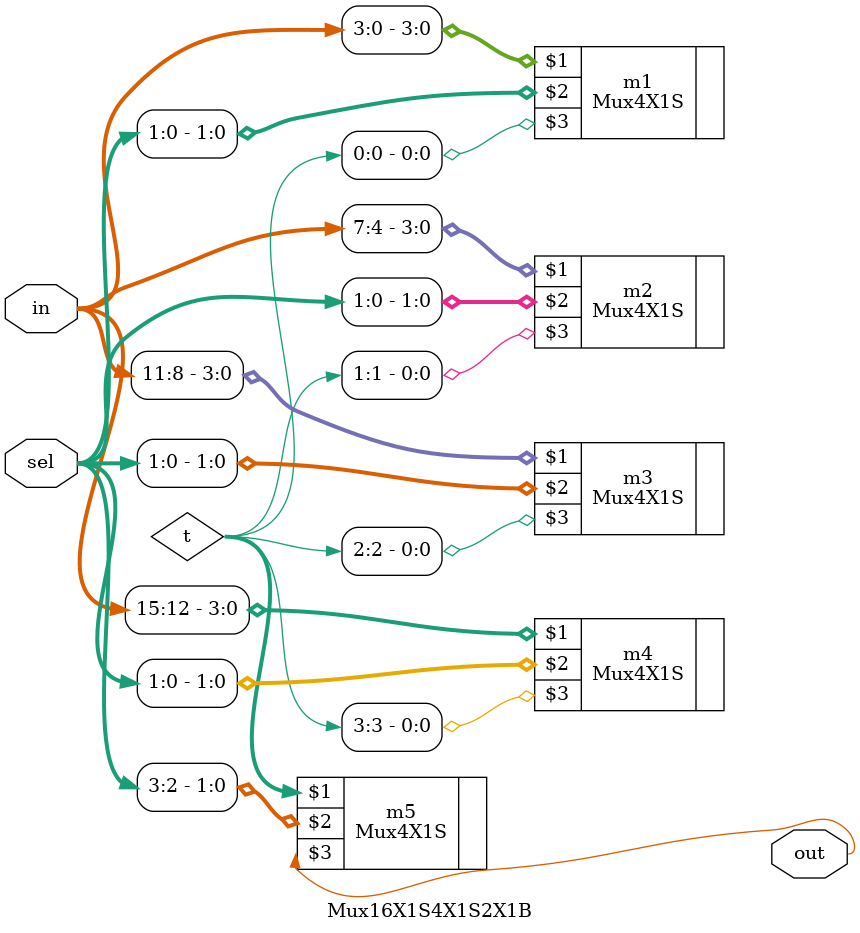
<source format=v>
`timescale 1ns / 1ps


module Mux16X1S4X1S2X1B(in,sel,out);
input [15:0] in;
input [3:0] sel;
output out;
wire [3:0] t;
Mux4X1S m1(in[3:0],sel[1:0],t[0]);
Mux4X1S m2(in[7:4],sel[1:0],t[1]);
Mux4X1S m3(in[11:8],sel[1:0],t[2]);
Mux4X1S m4(in[15:12],sel[1:0],t[3]);
Mux4X1S m5(t,sel[3:2],out);
endmodule



</source>
